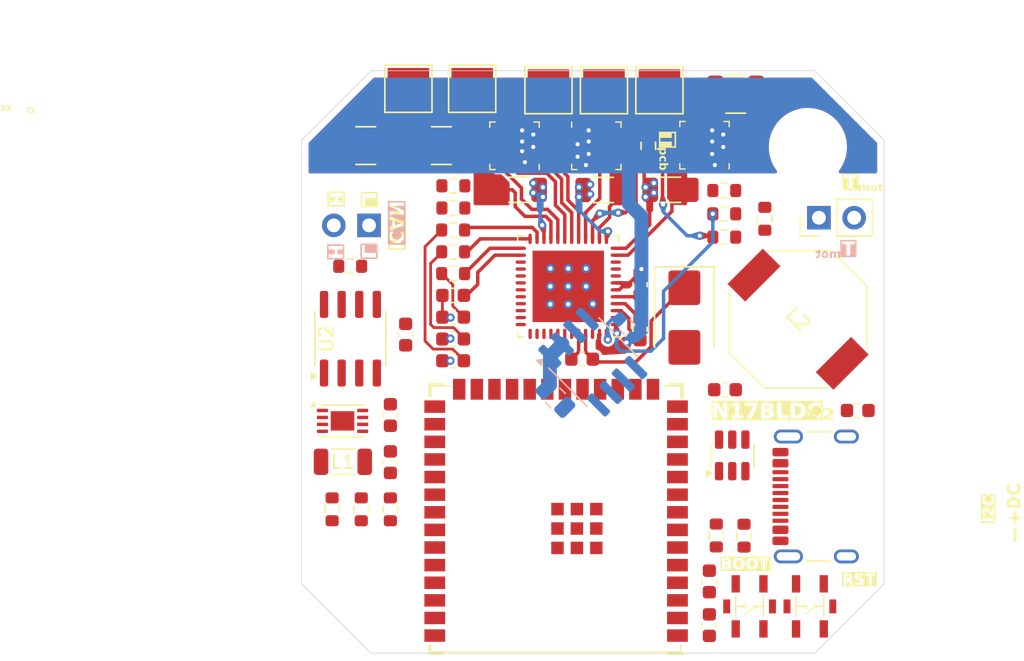
<source format=kicad_pcb>
(kicad_pcb
	(version 20240108)
	(generator "pcbnew")
	(generator_version "8.0")
	(general
		(thickness 1.6)
		(legacy_teardrops no)
	)
	(paper "A4")
	(title_block
		(comment 4 "AISLER Project ID: YMBROGBB")
	)
	(layers
		(0 "F.Cu" signal)
		(1 "In1.Cu" signal)
		(2 "In2.Cu" signal)
		(31 "B.Cu" signal)
		(32 "B.Adhes" user "B.Adhesive")
		(33 "F.Adhes" user "F.Adhesive")
		(34 "B.Paste" user)
		(35 "F.Paste" user)
		(36 "B.SilkS" user "B.Silkscreen")
		(37 "F.SilkS" user "F.Silkscreen")
		(38 "B.Mask" user)
		(39 "F.Mask" user)
		(40 "Dwgs.User" user "User.Drawings")
		(41 "Cmts.User" user "User.Comments")
		(42 "Eco1.User" user "User.Eco1")
		(43 "Eco2.User" user "User.Eco2")
		(44 "Edge.Cuts" user)
		(45 "Margin" user)
		(46 "B.CrtYd" user "B.Courtyard")
		(47 "F.CrtYd" user "F.Courtyard")
		(48 "B.Fab" user)
		(49 "F.Fab" user)
		(50 "User.1" user)
		(51 "User.2" user)
		(52 "User.3" user)
		(53 "User.4" user)
		(54 "User.5" user)
		(55 "User.6" user)
		(56 "User.7" user)
		(57 "User.8" user)
		(58 "User.9" user)
	)
	(setup
		(stackup
			(layer "F.SilkS"
				(type "Top Silk Screen")
			)
			(layer "F.Paste"
				(type "Top Solder Paste")
			)
			(layer "F.Mask"
				(type "Top Solder Mask")
				(thickness 0.01)
			)
			(layer "F.Cu"
				(type "copper")
				(thickness 0.035)
			)
			(layer "dielectric 1"
				(type "prepreg")
				(thickness 0.1)
				(material "FR4")
				(epsilon_r 4.5)
				(loss_tangent 0.02)
			)
			(layer "In1.Cu"
				(type "copper")
				(thickness 0.035)
			)
			(layer "dielectric 2"
				(type "core")
				(thickness 1.24)
				(material "FR4")
				(epsilon_r 4.5)
				(loss_tangent 0.02)
			)
			(layer "In2.Cu"
				(type "copper")
				(thickness 0.035)
			)
			(layer "dielectric 3"
				(type "prepreg")
				(thickness 0.1)
				(material "FR4")
				(epsilon_r 4.5)
				(loss_tangent 0.02)
			)
			(layer "B.Cu"
				(type "copper")
				(thickness 0.035)
			)
			(layer "B.Mask"
				(type "Bottom Solder Mask")
				(thickness 0.01)
			)
			(layer "B.Paste"
				(type "Bottom Solder Paste")
			)
			(layer "B.SilkS"
				(type "Bottom Silk Screen")
			)
			(copper_finish "None")
			(dielectric_constraints no)
		)
		(pad_to_mask_clearance 0)
		(allow_soldermask_bridges_in_footprints no)
		(pcbplotparams
			(layerselection 0x00010fc_ffffffff)
			(plot_on_all_layers_selection 0x0000000_00000000)
			(disableapertmacros no)
			(usegerberextensions no)
			(usegerberattributes yes)
			(usegerberadvancedattributes yes)
			(creategerberjobfile yes)
			(dashed_line_dash_ratio 12.000000)
			(dashed_line_gap_ratio 3.000000)
			(svgprecision 4)
			(plotframeref no)
			(viasonmask no)
			(mode 1)
			(useauxorigin no)
			(hpglpennumber 1)
			(hpglpenspeed 20)
			(hpglpendiameter 15.000000)
			(pdf_front_fp_property_popups yes)
			(pdf_back_fp_property_popups yes)
			(dxfpolygonmode yes)
			(dxfimperialunits yes)
			(dxfusepcbnewfont yes)
			(psnegative no)
			(psa4output no)
			(plotreference yes)
			(plotvalue yes)
			(plotfptext yes)
			(plotinvisibletext no)
			(sketchpadsonfab no)
			(subtractmaskfromsilk no)
			(outputformat 1)
			(mirror no)
			(drillshape 1)
			(scaleselection 1)
			(outputdirectory "")
		)
	)
	(net 0 "")
	(net 1 "Net-(U1-EN)")
	(net 2 "GND")
	(net 3 "Net-(U4-VREF)")
	(net 4 "Net-(U4-CPH)")
	(net 5 "Net-(U4-CPL)")
	(net 6 "Vdrive")
	(net 7 "Net-(U4-VCP)")
	(net 8 "+3.3V")
	(net 9 "/B_D+")
	(net 10 "INHC")
	(net 11 "unconnected-(U1-IO35-Pad28)")
	(net 12 "unconnected-(U1-IO36-Pad29)")
	(net 13 "INHA")
	(net 14 "unconnected-(U1-IO42-Pad35)")
	(net 15 "/B_D-")
	(net 16 "unconnected-(U1-IO37-Pad30)")
	(net 17 "unconnected-(U1-IO38-Pad31)")
	(net 18 "SOA")
	(net 19 "MOTA")
	(net 20 "SOB")
	(net 21 "SOC")
	(net 22 "unconnected-(U1-TXD0-Pad37)")
	(net 23 "unconnected-(U1-RXD0-Pad36)")
	(net 24 "unconnected-(U1-IO40-Pad33)")
	(net 25 "MOTB")
	(net 26 "unconnected-(U1-IO41-Pad34)")
	(net 27 "unconnected-(U1-IO39-Pad32)")
	(net 28 "MOTC")
	(net 29 "INHB")
	(net 30 "/SPA")
	(net 31 "SPI_CLK")
	(net 32 "SPI_MOSI")
	(net 33 "SPI_DRV_nCS")
	(net 34 "SPI_MISO")
	(net 35 "R_TERM_EXT")
	(net 36 "R_TERM_PCB")
	(net 37 "/GHA")
	(net 38 "/GLA")
	(net 39 "/SPB")
	(net 40 "V_sense")
	(net 41 "/GHB")
	(net 42 "/GLB")
	(net 43 "unconnected-(J2-SBU2-PadB8)")
	(net 44 "unconnected-(J2-SBU1-PadA8)")
	(net 45 "/SPC")
	(net 46 "/Shield")
	(net 47 "/ESD_B_D-")
	(net 48 "/ESD_B_D+")
	(net 49 "Net-(J2-CC1)")
	(net 50 "/V_USB")
	(net 51 "Net-(J2-CC2)")
	(net 52 "/CAN_L")
	(net 53 "/CAN_H")
	(net 54 "/CAN_TX")
	(net 55 "/CAN_RX")
	(net 56 "/CAN_S")
	(net 57 "unconnected-(U5-PUSH-Pad3)")
	(net 58 "SCL")
	(net 59 "SDA")
	(net 60 "A")
	(net 61 "B")
	(net 62 "/GHC")
	(net 63 "/GLC")
	(net 64 "/SOA_UNFILTERED")
	(net 65 "/SOB_UNFILTERED")
	(net 66 "/SOC_UNFILTERED")
	(net 67 "Net-(U4-EN_BUCK)")
	(net 68 "DRV_nFAULT")
	(net 69 "DRV_EN")
	(net 70 "HIZ")
	(net 71 "CAL")
	(net 72 "Net-(U4-CB)")
	(net 73 "Net-(D1-K)")
	(net 74 "Net-(U4-FB)")
	(net 75 "/SNA")
	(net 76 "/SNB")
	(net 77 "/SNC")
	(net 78 "+5V")
	(net 79 "Net-(U3-SW)")
	(footprint "Resistor_SMD:R_0603_1608Metric" (layer "F.Cu") (at 56.4 81.625 90))
	(footprint "Resistor_SMD:R_0603_1608Metric" (layer "F.Cu") (at 79.9 83.5125 -90))
	(footprint "Connector_PinHeader_2.54mm:PinHeader_1x02_P2.54mm_Vertical" (layer "F.Cu") (at 54.86 61.15 -90))
	(footprint "PCM_Espressif:ESP32-S3-WROOM-1U" (layer "F.Cu") (at 68.35 82.47 180))
	(footprint "Capacitor_SMD:C_0603_1608Metric" (layer "F.Cu") (at 74.4 68.65 90))
	(footprint "Resistor_SMD:R_0603_1608Metric" (layer "F.Cu") (at 60.925 61.486601))
	(footprint "Capacitor_SMD:C_0603_1608Metric" (layer "F.Cu") (at 79.4 89.975 -90))
	(footprint "Package_SO:SOIC-8_3.9x4.9mm_P1.27mm" (layer "F.Cu") (at 53.52 69.325 90))
	(footprint "Connector_PinHeader_2.54mm:PinHeader_1x02_P2.54mm_Vertical" (layer "F.Cu") (at 87.3 60.6 90))
	(footprint "Resistor_SMD:R_1206_3216Metric" (layer "F.Cu") (at 76.6 58.5875 180))
	(footprint "DRV8313PWP:VQFN-48_EP_7x7_Pitch0.5mm_RGZ0048A" (layer "F.Cu") (at 69.225 65.55 180))
	(footprint "Capacitor_SMD:C_0603_1608Metric" (layer "F.Cu") (at 79.4 86.825 90))
	(footprint "Capacitor_SMD:C_1210_3225Metric" (layer "F.Cu") (at 60.075001 55.4 180))
	(footprint "Resistor_SMD:R_1206_3216Metric" (layer "F.Cu") (at 71.7625 58.6 180))
	(footprint "Capacitor_SMD:C_0603_1608Metric" (layer "F.Cu") (at 60.925 70.913401 180))
	(footprint "Resistor_SMD:R_0603_1608Metric_Pad0.98x0.95mm_HandSolder" (layer "F.Cu") (at 75 55.4125 -90))
	(footprint "Capacitor_SMD:C_0603_1608Metric" (layer "F.Cu") (at 80.525 73 180))
	(footprint "Package_DFN_QFN:DFN-8-1EP_3x2mm_P0.5mm_EP1.7x1.4mm" (layer "F.Cu") (at 52.95 75.250001))
	(footprint "DUALMOSFETS:PowerPAIR_3x3S_BWL" (layer "F.Cu") (at 65.35 55.4125 180))
	(footprint "Resistor_SMD:R_0603_1608Metric" (layer "F.Cu") (at 81.9 83.525 90))
	(footprint "TestPoint:TestPoint_Pad_3.0x3.0mm" (layer "F.Cu") (at 67.8 51.4 180))
	(footprint "TestPoint:TestPoint_Pad_3.0x3.0mm" (layer "F.Cu") (at 71.8 51.4 180))
	(footprint "CUI_TS21:TS21" (layer "F.Cu") (at 86.65 88.625 -90))
	(footprint "Inductor_SMD:L_1206_3216Metric" (layer "F.Cu") (at 52.975 78.2 180))
	(footprint "Resistor_SMD:R_0603_1608Metric" (layer "F.Cu") (at 80.475 62 180))
	(footprint "Capacitor_SMD:C_0603_1608Metric" (layer "F.Cu") (at 74.4 65.425 -90))
	(footprint "Resistor_SMD:R_0603_1608Metric" (layer "F.Cu") (at 60.941002 59.9))
	(footprint "Capacitor_SMD:C_0603_1608Metric" (layer "F.Cu") (at 56.4 74.825 -90))
	(footprint "TestPoint:TestPoint_Pad_3.0x3.0mm" (layer "F.Cu") (at 62.3 51.3 -90))
	(footprint "Resistor_SMD:R_0603_1608Metric" (layer "F.Cu") (at 80.475 58.638094))
	(footprint "Resistor_SMD:R_0603_1608Metric" (layer "F.Cu") (at 52.2 81.625 90))
	(footprint "DUALMOSFETS:PowerPAIR_3x3S_BWL" (layer "F.Cu") (at 71.25 55.4125))
	(footprint "Resistor_SMD:R_0603_1608Metric" (layer "F.Cu") (at 80.475 60.319047))
	(footprint "TestPoint:TestPoint_Pad_3.0x3.0mm" (layer "F.Cu") (at 57.7 51.3 -90))
	(footprint "CUI_TS21:TS21" (layer "F.Cu") (at 82.3 88.625 -90))
	(footprint "Resistor_SMD:R_0603_1608Metric"
		(layer "F.Cu")
		(uuid "90a3e877-b7ca-4d7a-bf50-62a47a237db0")
		(at 83.4 60.675 -90)
		(descr "Resistor SMD 0603 (1608 Metric), square (rectangular) end terminal, IPC_7351 nominal, (Body size source: IPC-SM-782 page 72, https://www.pcb-3d.com/wordpress/wp-content/uploads/ipc-sm-782a_amendment_1_and_2.pdf), generated with kicad-footprint-generator")
		(tags "resistor")
		(property "Reference" "R10"
			(at 0 -1.43 90)
			(layer "F.SilkS")
			(hide yes)
			(uuid "cd1bae20-c09a-41c6-bcc5-4f9f2e15d572")
			(effects
				(font
					(size 1 1)
					(thickness 0.15)
				)
			)
		)
		(property "Value" "10K"
			(at 0 1.43 90)
			(layer "F.Fab")
			(uuid "4b70cf21-8f66-4266-a5e5-4fb9baa17a71")
			(effects
				(font
					(size 1 1)
					(thickness 0.15)
				)
			)
		)
		(property "Footprint" "Resistor_SMD:R_0603_1608Metric"
			(at 0 0 -90)
			(unlocked yes)
			(layer "F.Fab")
			(hide yes)
			(uuid "42dd6768-5053-42a7-b46a-77cded7e7d58")
			(effects
				(font
					(size 1.27 1.27)
					(thickness 0.15)
				)
			)
		)
		(property "Datasheet" ""
			(at 0 0 -90)
			(unlocked yes)
			(layer "F.Fab")
			(hide yes)
			(uuid "f375c7ac-28b5-4774-a66a-1ade7d28ebe0")
			(effects
				(font
					(size 1.27 1.27)
					(thickness 0.15)
				)
			)
		)
		(property "Description" ""
			(at 0 0 -90)
			(unlocked yes)
			(layer "F.Fab")
			(hide yes)
			(uuid "e8ad464c-25f7-4ff6-9328-c52d036e849a")
			(effects
				(font
					(size 1.27 1.27)
					(thickness 0.15)
				)
			)
		)
		(property ki_fp_filters "R_*")
		(path "/703bdeef-55e4-4784-afd8-4f3d6d4cedba")
		(sheetname "Root")
		(sheetfile "stepper-closed-loop.kicad_sch")
		(attr smd)
		(fp_line
			(start -0.237258 0.5225)
			(end 0.237258 0.5225)
			(stroke
				(width 0.12)
				(type solid)
			)
			(layer "F.SilkS")
			(uuid "442425a9-db63-4823-8363-cb8bcff294a5")
		)
		(fp_line
			(start -0.237258 -0.5225)
			(end 0.237258 -0.5225)
			(stroke
				(width 0.12)
				(type solid)
			)
			(layer "F.SilkS")
			(uuid "3a05ce73-992b-4c04-a06e-25f88af2cf8a")
		)
		(fp_line
			(start -1.48 0.73)
			(end -1.48 -0.73)
			(stroke
				(width 0.05)
				(type solid)
			)
			(layer "F.CrtYd")
			(uuid "d49ce1f1-f80c-4241-895c-ff19355bf383")
		)
		(fp_line
			(start 1.48 0.73)
			(end -1.48 0.73)
			(stroke
				(width 0.05)
				(type solid)
			)
			(layer "F.CrtYd")
			(uuid "bce9883a-ddf8-4d7e-8ac3-516a5229acad")
		)
		(fp_line
			(start -1.48 -0.73)
			(end 1.48 -0.73)
			(stroke
				(width 0.05)
				(type solid)
			)
			(layer "F.CrtYd")
			(uuid "f8059758-b1ef-4397-9751-5fa06ea078f0")
		)
		(fp_line
			(start 1.48 -0.73)
			(end 1.48 0.73)
			(stroke
				(width 0.05)
				(type solid)
			)
			(layer "F.CrtY
... [284317 chars truncated]
</source>
